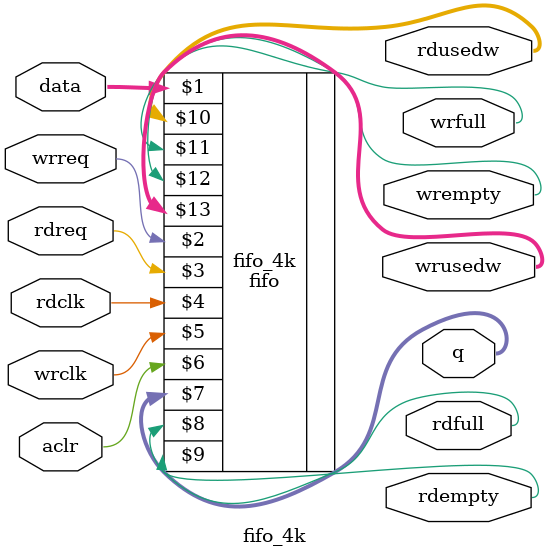
<source format=v>


module fifo_4k
  (  input [15:0] data,
     input 	wrreq,
     input 	rdreq,
     input 	rdclk,
     input 	wrclk,
     input 	aclr,
     output [15:0] q,
     output 	 rdfull,
     output 	 rdempty,
     output [11:0] rdusedw,
     output 	 wrfull,
     output 	 wrempty,
     output [11:0]  wrusedw
     );

fifo #(.width(16),.depth(4096),.addr_bits(12)) fifo_4k 
  ( data, wrreq, rdreq, rdclk, wrclk, aclr, q,
    rdfull, rdempty, rdusedw, wrfull, wrempty, wrusedw);
   
endmodule // fifo_1k
   

</source>
